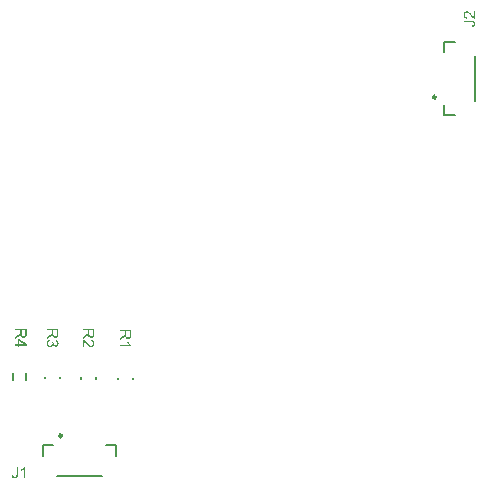
<source format=gto>
G04*
G04 #@! TF.GenerationSoftware,Altium Limited,Altium Designer,24.1.2 (44)*
G04*
G04 Layer_Color=65535*
%FSLAX25Y25*%
%MOIN*%
G70*
G04*
G04 #@! TF.SameCoordinates,00511CFA-0F04-46CA-AFF9-E4457DF0149F*
G04*
G04*
G04 #@! TF.FilePolarity,Positive*
G04*
G01*
G75*
%ADD10C,0.00984*%
%ADD11C,0.00787*%
%ADD12C,0.00591*%
G36*
X-6058Y158218D02*
X-6063D01*
X-6085D01*
X-6118D01*
X-6163Y158223D01*
X-6213Y158229D01*
X-6268Y158240D01*
X-6324Y158251D01*
X-6385Y158273D01*
X-6391D01*
X-6396Y158279D01*
X-6429Y158290D01*
X-6479Y158312D01*
X-6546Y158345D01*
X-6624Y158389D01*
X-6712Y158445D01*
X-6801Y158506D01*
X-6895Y158584D01*
X-6901D01*
X-6907Y158595D01*
X-6940Y158623D01*
X-6990Y158673D01*
X-7062Y158745D01*
X-7145Y158828D01*
X-7245Y158933D01*
X-7356Y159061D01*
X-7473Y159200D01*
X-7478Y159205D01*
X-7495Y159228D01*
X-7523Y159261D01*
X-7556Y159300D01*
X-7600Y159350D01*
X-7650Y159411D01*
X-7706Y159472D01*
X-7767Y159544D01*
X-7900Y159683D01*
X-8033Y159821D01*
X-8100Y159888D01*
X-8167Y159949D01*
X-8228Y160005D01*
X-8289Y160049D01*
X-8294D01*
X-8300Y160060D01*
X-8316Y160071D01*
X-8338Y160082D01*
X-8400Y160121D01*
X-8472Y160166D01*
X-8561Y160204D01*
X-8655Y160243D01*
X-8760Y160265D01*
X-8860Y160276D01*
X-8866D01*
X-8871D01*
X-8905Y160271D01*
X-8960Y160265D01*
X-9021Y160249D01*
X-9099Y160227D01*
X-9177Y160188D01*
X-9254Y160138D01*
X-9332Y160071D01*
X-9343Y160060D01*
X-9365Y160032D01*
X-9393Y159994D01*
X-9432Y159932D01*
X-9465Y159855D01*
X-9499Y159766D01*
X-9521Y159660D01*
X-9526Y159544D01*
Y159511D01*
X-9521Y159488D01*
X-9515Y159422D01*
X-9499Y159344D01*
X-9476Y159261D01*
X-9437Y159167D01*
X-9387Y159078D01*
X-9321Y158994D01*
X-9310Y158983D01*
X-9282Y158961D01*
X-9238Y158928D01*
X-9171Y158895D01*
X-9093Y158856D01*
X-8993Y158822D01*
X-8882Y158800D01*
X-8755Y158789D01*
X-8805Y158306D01*
X-8810D01*
X-8827Y158312D01*
X-8855D01*
X-8894Y158317D01*
X-8938Y158328D01*
X-8988Y158340D01*
X-9049Y158356D01*
X-9110Y158373D01*
X-9243Y158417D01*
X-9376Y158484D01*
X-9443Y158523D01*
X-9510Y158573D01*
X-9571Y158623D01*
X-9626Y158678D01*
X-9632Y158684D01*
X-9637Y158695D01*
X-9654Y158711D01*
X-9670Y158739D01*
X-9693Y158773D01*
X-9715Y158811D01*
X-9743Y158856D01*
X-9770Y158911D01*
X-9798Y158972D01*
X-9826Y159039D01*
X-9848Y159111D01*
X-9870Y159189D01*
X-9887Y159272D01*
X-9904Y159361D01*
X-9909Y159455D01*
X-9915Y159555D01*
Y159610D01*
X-9909Y159649D01*
X-9904Y159694D01*
X-9898Y159749D01*
X-9887Y159810D01*
X-9876Y159871D01*
X-9837Y160016D01*
X-9781Y160160D01*
X-9748Y160232D01*
X-9709Y160304D01*
X-9659Y160371D01*
X-9604Y160432D01*
X-9598Y160438D01*
X-9593Y160449D01*
X-9571Y160460D01*
X-9548Y160482D01*
X-9521Y160510D01*
X-9482Y160537D01*
X-9443Y160565D01*
X-9393Y160598D01*
X-9288Y160654D01*
X-9154Y160709D01*
X-9088Y160732D01*
X-9010Y160743D01*
X-8932Y160754D01*
X-8849Y160759D01*
X-8838D01*
X-8810D01*
X-8766Y160754D01*
X-8705Y160748D01*
X-8638Y160737D01*
X-8561Y160715D01*
X-8477Y160693D01*
X-8394Y160660D01*
X-8383Y160654D01*
X-8355Y160643D01*
X-8311Y160621D01*
X-8250Y160587D01*
X-8183Y160543D01*
X-8100Y160487D01*
X-8017Y160421D01*
X-7922Y160343D01*
X-7911Y160332D01*
X-7878Y160304D01*
X-7850Y160276D01*
X-7822Y160249D01*
X-7789Y160215D01*
X-7745Y160171D01*
X-7700Y160127D01*
X-7650Y160071D01*
X-7595Y160016D01*
X-7534Y159949D01*
X-7473Y159877D01*
X-7401Y159799D01*
X-7328Y159710D01*
X-7251Y159622D01*
X-7245Y159616D01*
X-7234Y159605D01*
X-7217Y159583D01*
X-7195Y159555D01*
X-7162Y159522D01*
X-7129Y159483D01*
X-7057Y159394D01*
X-6973Y159300D01*
X-6890Y159211D01*
X-6818Y159133D01*
X-6790Y159100D01*
X-6762Y159072D01*
X-6757Y159067D01*
X-6740Y159050D01*
X-6718Y159028D01*
X-6685Y159000D01*
X-6646Y158972D01*
X-6607Y158939D01*
X-6513Y158872D01*
Y160765D01*
X-6058D01*
Y158218D01*
D02*
G37*
G36*
X-7156Y157640D02*
X-7112D01*
X-7006Y157629D01*
X-6884Y157618D01*
X-6757Y157596D01*
X-6640Y157563D01*
X-6529Y157524D01*
X-6524D01*
X-6518Y157518D01*
X-6485Y157501D01*
X-6440Y157474D01*
X-6379Y157435D01*
X-6318Y157379D01*
X-6252Y157318D01*
X-6185Y157241D01*
X-6130Y157152D01*
X-6124Y157141D01*
X-6107Y157107D01*
X-6085Y157057D01*
X-6063Y156985D01*
X-6035Y156897D01*
X-6013Y156797D01*
X-5996Y156686D01*
X-5991Y156564D01*
Y156514D01*
X-5996Y156480D01*
X-6002Y156436D01*
X-6007Y156392D01*
X-6030Y156275D01*
X-6063Y156153D01*
X-6113Y156025D01*
X-6146Y155959D01*
X-6185Y155898D01*
X-6230Y155842D01*
X-6279Y155787D01*
X-6285Y155781D01*
X-6291Y155775D01*
X-6313Y155764D01*
X-6335Y155748D01*
X-6363Y155726D01*
X-6402Y155703D01*
X-6446Y155681D01*
X-6496Y155653D01*
X-6551Y155631D01*
X-6618Y155609D01*
X-6685Y155587D01*
X-6762Y155565D01*
X-6846Y155553D01*
X-6940Y155537D01*
X-7034Y155531D01*
X-7140D01*
X-7206Y155992D01*
X-7201D01*
X-7190D01*
X-7168D01*
X-7134Y155998D01*
X-7101Y156003D01*
X-7062D01*
X-6968Y156020D01*
X-6868Y156036D01*
X-6768Y156070D01*
X-6679Y156103D01*
X-6640Y156125D01*
X-6607Y156153D01*
X-6601Y156158D01*
X-6585Y156181D01*
X-6557Y156214D01*
X-6529Y156258D01*
X-6496Y156319D01*
X-6474Y156386D01*
X-6452Y156469D01*
X-6446Y156558D01*
Y156591D01*
X-6452Y156625D01*
X-6457Y156675D01*
X-6468Y156725D01*
X-6479Y156780D01*
X-6502Y156835D01*
X-6529Y156891D01*
X-6535Y156897D01*
X-6546Y156913D01*
X-6568Y156935D01*
X-6590Y156969D01*
X-6629Y156997D01*
X-6668Y157030D01*
X-6712Y157057D01*
X-6768Y157080D01*
X-6773D01*
X-6796Y157091D01*
X-6835Y157096D01*
X-6884Y157107D01*
X-6951Y157119D01*
X-7034Y157124D01*
X-7134Y157135D01*
X-7251D01*
X-9898D01*
Y157646D01*
X-7278D01*
X-7273D01*
X-7256D01*
X-7234D01*
X-7201D01*
X-7156Y157640D01*
D02*
G37*
G36*
X-155557Y53205D02*
X-155560Y53172D01*
Y53127D01*
X-155563Y53078D01*
X-155565Y53025D01*
X-155571Y52964D01*
X-155576Y52903D01*
X-155582Y52839D01*
X-155601Y52709D01*
X-155612Y52648D01*
X-155626Y52587D01*
X-155643Y52529D01*
X-155662Y52477D01*
Y52474D01*
X-155668Y52465D01*
X-155673Y52452D01*
X-155682Y52432D01*
X-155693Y52410D01*
X-155709Y52385D01*
X-155726Y52355D01*
X-155745Y52324D01*
X-155770Y52291D01*
X-155795Y52255D01*
X-155826Y52219D01*
X-155859Y52183D01*
X-155898Y52150D01*
X-155937Y52114D01*
X-155981Y52080D01*
X-156028Y52050D01*
X-156031Y52047D01*
X-156039Y52042D01*
X-156053Y52036D01*
X-156072Y52025D01*
X-156097Y52014D01*
X-156128Y52000D01*
X-156161Y51983D01*
X-156197Y51970D01*
X-156238Y51956D01*
X-156283Y51939D01*
X-156330Y51925D01*
X-156380Y51914D01*
X-156432Y51903D01*
X-156488Y51895D01*
X-156546Y51892D01*
X-156604Y51889D01*
X-156610D01*
X-156621D01*
X-156643Y51892D01*
X-156673D01*
X-156707Y51898D01*
X-156748Y51903D01*
X-156792Y51911D01*
X-156842Y51923D01*
X-156895Y51936D01*
X-156950Y51953D01*
X-157009Y51975D01*
X-157067Y52000D01*
X-157125Y52031D01*
X-157180Y52067D01*
X-157238Y52108D01*
X-157291Y52155D01*
X-157294Y52158D01*
X-157302Y52166D01*
X-157316Y52183D01*
X-157335Y52205D01*
X-157358Y52233D01*
X-157382Y52269D01*
X-157410Y52308D01*
X-157441Y52355D01*
X-157471Y52410D01*
X-157501Y52468D01*
X-157529Y52538D01*
X-157560Y52609D01*
X-157585Y52690D01*
X-157610Y52776D01*
X-157629Y52870D01*
X-157646Y52970D01*
Y52967D01*
X-157651Y52961D01*
X-157654Y52950D01*
X-157662Y52936D01*
X-157670Y52920D01*
X-157682Y52900D01*
X-157706Y52856D01*
X-157734Y52806D01*
X-157767Y52756D01*
X-157801Y52709D01*
X-157837Y52665D01*
X-157840Y52662D01*
X-157845Y52654D01*
X-157859Y52643D01*
X-157873Y52626D01*
X-157895Y52607D01*
X-157917Y52585D01*
X-157945Y52557D01*
X-157978Y52529D01*
X-158014Y52499D01*
X-158053Y52465D01*
X-158094Y52429D01*
X-158139Y52393D01*
X-158188Y52357D01*
X-158238Y52319D01*
X-158349Y52244D01*
X-159391Y51582D01*
Y52216D01*
X-158593Y52723D01*
X-158590Y52726D01*
X-158579Y52734D01*
X-158560Y52745D01*
X-158537Y52759D01*
X-158507Y52778D01*
X-158474Y52801D01*
X-158438Y52825D01*
X-158399Y52851D01*
X-158313Y52909D01*
X-158224Y52970D01*
X-158141Y53031D01*
X-158103Y53061D01*
X-158067Y53089D01*
X-158064Y53092D01*
X-158058Y53094D01*
X-158050Y53102D01*
X-158036Y53114D01*
X-158003Y53141D01*
X-157964Y53175D01*
X-157923Y53216D01*
X-157878Y53258D01*
X-157840Y53302D01*
X-157809Y53346D01*
X-157806Y53352D01*
X-157798Y53366D01*
X-157784Y53388D01*
X-157770Y53418D01*
X-157754Y53452D01*
X-157734Y53490D01*
X-157720Y53532D01*
X-157706Y53576D01*
Y53579D01*
X-157704Y53593D01*
X-157701Y53615D01*
X-157695Y53643D01*
X-157693Y53681D01*
X-157690Y53731D01*
X-157687Y53790D01*
Y54446D01*
X-159391D01*
Y54953D01*
X-155557D01*
Y53205D01*
D02*
G37*
G36*
Y49690D02*
Y49305D01*
X-158042D01*
Y48787D01*
X-158474D01*
Y49305D01*
X-159391D01*
Y49776D01*
X-158474D01*
Y51438D01*
X-158042D01*
X-155557Y49690D01*
D02*
G37*
G36*
X-120705Y52813D02*
X-120711Y52769D01*
Y52719D01*
X-120716Y52602D01*
X-120733Y52480D01*
X-120750Y52347D01*
X-120777Y52225D01*
X-120794Y52164D01*
X-120811Y52114D01*
Y52109D01*
X-120816Y52103D01*
X-120833Y52070D01*
X-120855Y52020D01*
X-120894Y51959D01*
X-120944Y51892D01*
X-121010Y51820D01*
X-121088Y51753D01*
X-121177Y51687D01*
X-121183D01*
X-121188Y51681D01*
X-121221Y51659D01*
X-121277Y51637D01*
X-121349Y51604D01*
X-121432Y51576D01*
X-121532Y51548D01*
X-121638Y51531D01*
X-121754Y51526D01*
X-121760D01*
X-121771D01*
X-121793D01*
X-121821Y51531D01*
X-121860D01*
X-121898Y51537D01*
X-121993Y51559D01*
X-122104Y51592D01*
X-122220Y51637D01*
X-122337Y51703D01*
X-122392Y51748D01*
X-122448Y51792D01*
X-122453Y51798D01*
X-122459Y51803D01*
X-122476Y51820D01*
X-122492Y51842D01*
X-122514Y51870D01*
X-122537Y51903D01*
X-122564Y51948D01*
X-122598Y51992D01*
X-122626Y52047D01*
X-122653Y52109D01*
X-122687Y52175D01*
X-122714Y52247D01*
X-122737Y52331D01*
X-122764Y52414D01*
X-122781Y52508D01*
X-122798Y52608D01*
X-122803Y52597D01*
X-122814Y52575D01*
X-122836Y52541D01*
X-122859Y52497D01*
X-122920Y52397D01*
X-122959Y52347D01*
X-122992Y52303D01*
X-123003Y52292D01*
X-123031Y52264D01*
X-123075Y52220D01*
X-123131Y52164D01*
X-123208Y52103D01*
X-123292Y52031D01*
X-123391Y51959D01*
X-123502Y51881D01*
X-124546Y51221D01*
Y51853D01*
X-123747Y52358D01*
X-123741D01*
X-123730Y52369D01*
X-123713Y52381D01*
X-123691Y52397D01*
X-123630Y52436D01*
X-123552Y52486D01*
X-123469Y52547D01*
X-123380Y52608D01*
X-123297Y52669D01*
X-123219Y52725D01*
X-123214Y52730D01*
X-123192Y52747D01*
X-123158Y52775D01*
X-123119Y52813D01*
X-123036Y52897D01*
X-122997Y52941D01*
X-122964Y52986D01*
X-122959Y52991D01*
X-122953Y53002D01*
X-122942Y53024D01*
X-122925Y53058D01*
X-122909Y53091D01*
X-122892Y53130D01*
X-122864Y53219D01*
Y53224D01*
X-122859Y53235D01*
Y53257D01*
X-122853Y53285D01*
X-122847Y53324D01*
Y53368D01*
X-122842Y53429D01*
Y54084D01*
X-124546D01*
Y54595D01*
X-120705D01*
Y52813D01*
D02*
G37*
G36*
X-121654Y50555D02*
X-121643Y50543D01*
X-121638Y50521D01*
X-121621Y50494D01*
X-121604Y50460D01*
X-121582Y50421D01*
X-121527Y50327D01*
X-121466Y50216D01*
X-121388Y50105D01*
X-121299Y49988D01*
X-121205Y49872D01*
X-121199Y49866D01*
X-121194Y49861D01*
X-121177Y49844D01*
X-121160Y49822D01*
X-121105Y49772D01*
X-121038Y49705D01*
X-120960Y49639D01*
X-120872Y49567D01*
X-120783Y49506D01*
X-120689Y49450D01*
Y49145D01*
X-124546D01*
Y49617D01*
X-121543D01*
X-121549Y49622D01*
X-121571Y49650D01*
X-121604Y49683D01*
X-121643Y49739D01*
X-121693Y49800D01*
X-121749Y49877D01*
X-121810Y49966D01*
X-121871Y50066D01*
Y50072D01*
X-121876Y50077D01*
X-121898Y50111D01*
X-121926Y50166D01*
X-121959Y50233D01*
X-121998Y50310D01*
X-122037Y50394D01*
X-122076Y50477D01*
X-122109Y50560D01*
X-121654D01*
Y50555D01*
D02*
G37*
G36*
X-133054Y53193D02*
X-133056Y53159D01*
Y53115D01*
X-133059Y53065D01*
X-133062Y53013D01*
X-133068Y52952D01*
X-133073Y52891D01*
X-133079Y52827D01*
X-133098Y52697D01*
X-133109Y52636D01*
X-133123Y52575D01*
X-133140Y52517D01*
X-133159Y52464D01*
Y52461D01*
X-133165Y52453D01*
X-133170Y52439D01*
X-133178Y52420D01*
X-133189Y52398D01*
X-133206Y52373D01*
X-133223Y52342D01*
X-133242Y52312D01*
X-133267Y52279D01*
X-133292Y52242D01*
X-133322Y52206D01*
X-133356Y52170D01*
X-133394Y52137D01*
X-133433Y52101D01*
X-133477Y52068D01*
X-133525Y52038D01*
X-133527Y52035D01*
X-133536Y52029D01*
X-133549Y52024D01*
X-133569Y52012D01*
X-133594Y52002D01*
X-133624Y51988D01*
X-133658Y51971D01*
X-133694Y51957D01*
X-133735Y51943D01*
X-133779Y51927D01*
X-133826Y51913D01*
X-133876Y51902D01*
X-133929Y51891D01*
X-133984Y51882D01*
X-134043Y51880D01*
X-134101Y51877D01*
X-134106D01*
X-134117D01*
X-134140Y51880D01*
X-134170D01*
X-134203Y51885D01*
X-134245Y51891D01*
X-134289Y51899D01*
X-134339Y51910D01*
X-134392Y51924D01*
X-134447Y51941D01*
X-134505Y51963D01*
X-134563Y51988D01*
X-134622Y52018D01*
X-134677Y52054D01*
X-134735Y52096D01*
X-134788Y52143D01*
X-134791Y52145D01*
X-134799Y52154D01*
X-134813Y52170D01*
X-134832Y52193D01*
X-134854Y52220D01*
X-134879Y52256D01*
X-134907Y52295D01*
X-134937Y52342D01*
X-134968Y52398D01*
X-134998Y52456D01*
X-135026Y52525D01*
X-135056Y52597D01*
X-135081Y52677D01*
X-135106Y52763D01*
X-135126Y52857D01*
X-135142Y52957D01*
Y52954D01*
X-135148Y52949D01*
X-135151Y52938D01*
X-135159Y52924D01*
X-135167Y52907D01*
X-135178Y52888D01*
X-135203Y52844D01*
X-135231Y52794D01*
X-135264Y52744D01*
X-135297Y52697D01*
X-135333Y52652D01*
X-135336Y52650D01*
X-135342Y52641D01*
X-135355Y52630D01*
X-135369Y52614D01*
X-135392Y52594D01*
X-135414Y52572D01*
X-135441Y52544D01*
X-135475Y52517D01*
X-135511Y52486D01*
X-135549Y52453D01*
X-135591Y52417D01*
X-135635Y52381D01*
X-135685Y52345D01*
X-135735Y52306D01*
X-135846Y52231D01*
X-136887Y51569D01*
Y52204D01*
X-136090Y52711D01*
X-136087Y52713D01*
X-136076Y52722D01*
X-136056Y52733D01*
X-136034Y52747D01*
X-136004Y52766D01*
X-135970Y52788D01*
X-135934Y52813D01*
X-135896Y52838D01*
X-135810Y52896D01*
X-135721Y52957D01*
X-135638Y53018D01*
X-135599Y53048D01*
X-135563Y53076D01*
X-135561Y53079D01*
X-135555Y53082D01*
X-135547Y53090D01*
X-135533Y53101D01*
X-135500Y53129D01*
X-135461Y53162D01*
X-135419Y53204D01*
X-135375Y53245D01*
X-135336Y53290D01*
X-135306Y53334D01*
X-135303Y53339D01*
X-135295Y53353D01*
X-135281Y53375D01*
X-135267Y53406D01*
X-135250Y53439D01*
X-135231Y53478D01*
X-135217Y53519D01*
X-135203Y53564D01*
Y53566D01*
X-135200Y53580D01*
X-135198Y53602D01*
X-135192Y53630D01*
X-135189Y53669D01*
X-135187Y53719D01*
X-135184Y53777D01*
Y54434D01*
X-136887D01*
Y54940D01*
X-133054D01*
Y53193D01*
D02*
G37*
G36*
X-136826Y51328D02*
X-136782Y51326D01*
X-136735Y51320D01*
X-136680Y51312D01*
X-136621Y51298D01*
X-136563Y51279D01*
X-136560D01*
X-136552Y51273D01*
X-136538Y51267D01*
X-136519Y51259D01*
X-136494Y51251D01*
X-136466Y51237D01*
X-136436Y51220D01*
X-136403Y51204D01*
X-136364Y51184D01*
X-136325Y51159D01*
X-136239Y51107D01*
X-136148Y51043D01*
X-136054Y50968D01*
X-136051Y50965D01*
X-136042Y50957D01*
X-136029Y50946D01*
X-136009Y50929D01*
X-135984Y50907D01*
X-135957Y50880D01*
X-135923Y50849D01*
X-135887Y50810D01*
X-135846Y50769D01*
X-135801Y50725D01*
X-135754Y50675D01*
X-135702Y50619D01*
X-135649Y50558D01*
X-135594Y50495D01*
X-135536Y50425D01*
X-135475Y50353D01*
X-135472Y50350D01*
X-135469Y50345D01*
X-135461Y50337D01*
X-135452Y50326D01*
X-135439Y50312D01*
X-135425Y50295D01*
X-135389Y50254D01*
X-135347Y50201D01*
X-135295Y50146D01*
X-135239Y50082D01*
X-135178Y50015D01*
X-135115Y49943D01*
X-135048Y49874D01*
X-134982Y49802D01*
X-134912Y49736D01*
X-134846Y49669D01*
X-134782Y49611D01*
X-134719Y49556D01*
X-134660Y49511D01*
X-134658Y49509D01*
X-134646Y49503D01*
X-134630Y49492D01*
X-134610Y49475D01*
X-134583Y49459D01*
X-134552Y49442D01*
X-134516Y49420D01*
X-134477Y49400D01*
X-134436Y49381D01*
X-134392Y49359D01*
X-134295Y49323D01*
X-134245Y49309D01*
X-134195Y49298D01*
X-134145Y49292D01*
X-134095Y49290D01*
X-134092D01*
X-134081D01*
X-134067D01*
X-134048Y49292D01*
X-134023Y49295D01*
X-133995Y49301D01*
X-133965Y49306D01*
X-133932Y49315D01*
X-133896Y49326D01*
X-133857Y49340D01*
X-133818Y49356D01*
X-133779Y49376D01*
X-133738Y49398D01*
X-133699Y49425D01*
X-133660Y49456D01*
X-133624Y49492D01*
X-133622Y49495D01*
X-133616Y49500D01*
X-133608Y49511D01*
X-133594Y49528D01*
X-133580Y49547D01*
X-133563Y49572D01*
X-133544Y49600D01*
X-133527Y49630D01*
X-133508Y49666D01*
X-133491Y49705D01*
X-133475Y49749D01*
X-133461Y49794D01*
X-133447Y49844D01*
X-133439Y49896D01*
X-133433Y49952D01*
X-133430Y50010D01*
Y50043D01*
X-133433Y50065D01*
X-133436Y50096D01*
X-133441Y50129D01*
X-133447Y50165D01*
X-133455Y50207D01*
X-133466Y50248D01*
X-133480Y50292D01*
X-133497Y50337D01*
X-133516Y50384D01*
X-133541Y50428D01*
X-133569Y50472D01*
X-133599Y50517D01*
X-133635Y50555D01*
X-133638Y50558D01*
X-133644Y50564D01*
X-133658Y50575D01*
X-133671Y50586D01*
X-133694Y50603D01*
X-133719Y50619D01*
X-133749Y50639D01*
X-133782Y50655D01*
X-133818Y50675D01*
X-133862Y50694D01*
X-133907Y50711D01*
X-133957Y50727D01*
X-134012Y50738D01*
X-134070Y50749D01*
X-134131Y50755D01*
X-134198Y50758D01*
X-134148Y51243D01*
X-134145D01*
X-134142D01*
X-134134Y51240D01*
X-134123D01*
X-134095Y51237D01*
X-134059Y51229D01*
X-134015Y51220D01*
X-133962Y51209D01*
X-133904Y51195D01*
X-133843Y51179D01*
X-133777Y51157D01*
X-133710Y51132D01*
X-133641Y51101D01*
X-133572Y51065D01*
X-133505Y51026D01*
X-133441Y50979D01*
X-133380Y50929D01*
X-133325Y50871D01*
X-133322Y50868D01*
X-133314Y50858D01*
X-133297Y50838D01*
X-133281Y50813D01*
X-133259Y50780D01*
X-133234Y50741D01*
X-133209Y50694D01*
X-133181Y50641D01*
X-133156Y50581D01*
X-133131Y50517D01*
X-133106Y50445D01*
X-133084Y50367D01*
X-133065Y50284D01*
X-133051Y50195D01*
X-133043Y50101D01*
X-133040Y50002D01*
Y49977D01*
X-133043Y49949D01*
X-133045Y49910D01*
X-133048Y49863D01*
X-133056Y49810D01*
X-133065Y49749D01*
X-133079Y49686D01*
X-133095Y49617D01*
X-133115Y49547D01*
X-133140Y49472D01*
X-133170Y49400D01*
X-133206Y49328D01*
X-133245Y49259D01*
X-133292Y49193D01*
X-133347Y49129D01*
X-133350Y49126D01*
X-133361Y49115D01*
X-133378Y49099D01*
X-133403Y49079D01*
X-133430Y49054D01*
X-133466Y49027D01*
X-133508Y48996D01*
X-133555Y48966D01*
X-133608Y48938D01*
X-133666Y48907D01*
X-133730Y48880D01*
X-133796Y48855D01*
X-133868Y48835D01*
X-133943Y48819D01*
X-134023Y48808D01*
X-134106Y48805D01*
X-134109D01*
X-134117D01*
X-134128D01*
X-134145D01*
X-134167Y48808D01*
X-134189Y48810D01*
X-134217Y48813D01*
X-134248Y48816D01*
X-134317Y48827D01*
X-134394Y48844D01*
X-134475Y48869D01*
X-134558Y48899D01*
X-134561D01*
X-134569Y48905D01*
X-134580Y48910D01*
X-134597Y48919D01*
X-134616Y48927D01*
X-134641Y48941D01*
X-134669Y48954D01*
X-134699Y48974D01*
X-134732Y48993D01*
X-134768Y49015D01*
X-134849Y49071D01*
X-134890Y49101D01*
X-134934Y49134D01*
X-134979Y49173D01*
X-135026Y49212D01*
X-135029Y49215D01*
X-135037Y49223D01*
X-135051Y49234D01*
X-135070Y49254D01*
X-135095Y49279D01*
X-135126Y49309D01*
X-135162Y49342D01*
X-135203Y49384D01*
X-135248Y49431D01*
X-135297Y49486D01*
X-135353Y49545D01*
X-135414Y49611D01*
X-135477Y49683D01*
X-135547Y49760D01*
X-135622Y49846D01*
X-135699Y49938D01*
X-135702Y49943D01*
X-135716Y49957D01*
X-135732Y49977D01*
X-135757Y50004D01*
X-135785Y50040D01*
X-135818Y50076D01*
X-135854Y50118D01*
X-135893Y50162D01*
X-135973Y50256D01*
X-136015Y50301D01*
X-136054Y50345D01*
X-136092Y50387D01*
X-136126Y50423D01*
X-136156Y50456D01*
X-136184Y50481D01*
X-136189Y50486D01*
X-136206Y50500D01*
X-136231Y50522D01*
X-136261Y50550D01*
X-136300Y50581D01*
X-136342Y50614D01*
X-136389Y50647D01*
X-136436Y50677D01*
Y48799D01*
X-136887D01*
Y51331D01*
X-136885D01*
X-136879D01*
X-136871D01*
X-136860D01*
X-136843D01*
X-136826Y51328D01*
D02*
G37*
G36*
X-144975Y53185D02*
X-144981Y53141D01*
Y53091D01*
X-144986Y52974D01*
X-145003Y52852D01*
X-145019Y52719D01*
X-145047Y52597D01*
X-145064Y52536D01*
X-145080Y52486D01*
Y52480D01*
X-145086Y52475D01*
X-145103Y52442D01*
X-145125Y52392D01*
X-145164Y52331D01*
X-145214Y52264D01*
X-145280Y52192D01*
X-145358Y52125D01*
X-145447Y52059D01*
X-145452D01*
X-145458Y52053D01*
X-145491Y52031D01*
X-145547Y52009D01*
X-145619Y51975D01*
X-145702Y51948D01*
X-145802Y51920D01*
X-145907Y51903D01*
X-146024Y51898D01*
X-146030D01*
X-146041D01*
X-146063D01*
X-146091Y51903D01*
X-146130D01*
X-146168Y51909D01*
X-146263Y51931D01*
X-146374Y51964D01*
X-146490Y52009D01*
X-146607Y52075D01*
X-146662Y52120D01*
X-146718Y52164D01*
X-146723Y52170D01*
X-146729Y52175D01*
X-146746Y52192D01*
X-146762Y52214D01*
X-146784Y52242D01*
X-146807Y52275D01*
X-146834Y52319D01*
X-146868Y52364D01*
X-146895Y52419D01*
X-146923Y52480D01*
X-146956Y52547D01*
X-146984Y52619D01*
X-147006Y52702D01*
X-147034Y52786D01*
X-147051Y52880D01*
X-147067Y52980D01*
X-147073Y52969D01*
X-147084Y52947D01*
X-147106Y52913D01*
X-147128Y52869D01*
X-147189Y52769D01*
X-147228Y52719D01*
X-147262Y52675D01*
X-147273Y52663D01*
X-147301Y52636D01*
X-147345Y52591D01*
X-147400Y52536D01*
X-147478Y52475D01*
X-147561Y52403D01*
X-147661Y52331D01*
X-147772Y52253D01*
X-148816Y51592D01*
Y52225D01*
X-148017Y52730D01*
X-148011D01*
X-148000Y52741D01*
X-147983Y52752D01*
X-147961Y52769D01*
X-147900Y52808D01*
X-147822Y52858D01*
X-147739Y52919D01*
X-147650Y52980D01*
X-147567Y53041D01*
X-147489Y53096D01*
X-147484Y53102D01*
X-147461Y53119D01*
X-147428Y53146D01*
X-147389Y53185D01*
X-147306Y53268D01*
X-147267Y53313D01*
X-147234Y53357D01*
X-147228Y53363D01*
X-147223Y53374D01*
X-147212Y53396D01*
X-147195Y53429D01*
X-147178Y53463D01*
X-147162Y53502D01*
X-147134Y53590D01*
Y53596D01*
X-147128Y53607D01*
Y53629D01*
X-147123Y53657D01*
X-147117Y53696D01*
Y53740D01*
X-147112Y53801D01*
Y54456D01*
X-148816D01*
Y54967D01*
X-144975D01*
Y53185D01*
D02*
G37*
G36*
X-147739Y50815D02*
X-147745D01*
X-147756Y50810D01*
X-147778Y50804D01*
X-147806Y50799D01*
X-147839Y50793D01*
X-147878Y50782D01*
X-147961Y50754D01*
X-148061Y50716D01*
X-148155Y50666D01*
X-148244Y50610D01*
X-148322Y50543D01*
X-148327Y50532D01*
X-148349Y50510D01*
X-148377Y50466D01*
X-148405Y50410D01*
X-148438Y50344D01*
X-148466Y50260D01*
X-148488Y50166D01*
X-148494Y50066D01*
Y50033D01*
X-148488Y50011D01*
X-148483Y49950D01*
X-148466Y49872D01*
X-148438Y49783D01*
X-148399Y49689D01*
X-148344Y49594D01*
X-148266Y49506D01*
X-148255Y49494D01*
X-148222Y49467D01*
X-148172Y49433D01*
X-148105Y49389D01*
X-148022Y49345D01*
X-147928Y49311D01*
X-147817Y49284D01*
X-147695Y49273D01*
X-147689D01*
X-147678D01*
X-147661D01*
X-147639Y49278D01*
X-147578Y49284D01*
X-147506Y49300D01*
X-147417Y49322D01*
X-147328Y49361D01*
X-147239Y49417D01*
X-147156Y49489D01*
X-147145Y49500D01*
X-147123Y49528D01*
X-147090Y49572D01*
X-147051Y49633D01*
X-147012Y49711D01*
X-146979Y49805D01*
X-146956Y49911D01*
X-146945Y50027D01*
Y50077D01*
X-146951Y50116D01*
X-146956Y50166D01*
X-146967Y50222D01*
X-146979Y50288D01*
X-146995Y50360D01*
X-146579Y50305D01*
Y50277D01*
X-146585Y50255D01*
Y50183D01*
X-146573Y50122D01*
X-146562Y50050D01*
X-146546Y49966D01*
X-146518Y49872D01*
X-146479Y49783D01*
X-146429Y49689D01*
Y49683D01*
X-146424Y49678D01*
X-146401Y49650D01*
X-146363Y49611D01*
X-146313Y49567D01*
X-146240Y49522D01*
X-146157Y49483D01*
X-146063Y49456D01*
X-146007Y49444D01*
X-145946D01*
X-145941D01*
X-145935D01*
X-145902D01*
X-145858Y49456D01*
X-145797Y49467D01*
X-145730Y49489D01*
X-145658Y49517D01*
X-145586Y49561D01*
X-145519Y49622D01*
X-145513Y49628D01*
X-145491Y49656D01*
X-145464Y49694D01*
X-145430Y49744D01*
X-145402Y49811D01*
X-145375Y49889D01*
X-145352Y49977D01*
X-145347Y50077D01*
Y50122D01*
X-145358Y50172D01*
X-145369Y50238D01*
X-145391Y50310D01*
X-145419Y50383D01*
X-145464Y50460D01*
X-145519Y50532D01*
X-145525Y50538D01*
X-145552Y50560D01*
X-145591Y50593D01*
X-145647Y50632D01*
X-145719Y50671D01*
X-145808Y50710D01*
X-145913Y50743D01*
X-146035Y50765D01*
X-145952Y51237D01*
X-145946D01*
X-145930Y51232D01*
X-145907Y51226D01*
X-145874Y51221D01*
X-145835Y51209D01*
X-145791Y51193D01*
X-145686Y51160D01*
X-145563Y51104D01*
X-145441Y51037D01*
X-145325Y50954D01*
X-145219Y50849D01*
X-145214Y50843D01*
X-145208Y50832D01*
X-145197Y50815D01*
X-145180Y50793D01*
X-145158Y50765D01*
X-145136Y50727D01*
X-145114Y50688D01*
X-145086Y50638D01*
X-145042Y50527D01*
X-144997Y50399D01*
X-144969Y50249D01*
X-144958Y50172D01*
Y50033D01*
X-144964Y49972D01*
X-144975Y49900D01*
X-144992Y49811D01*
X-145019Y49711D01*
X-145053Y49611D01*
X-145097Y49511D01*
Y49506D01*
X-145103Y49500D01*
X-145119Y49467D01*
X-145153Y49417D01*
X-145192Y49361D01*
X-145247Y49295D01*
X-145308Y49228D01*
X-145380Y49161D01*
X-145464Y49106D01*
X-145475Y49101D01*
X-145502Y49084D01*
X-145552Y49062D01*
X-145613Y49034D01*
X-145686Y49006D01*
X-145769Y48984D01*
X-145863Y48967D01*
X-145957Y48962D01*
X-145968D01*
X-146002D01*
X-146046Y48967D01*
X-146107Y48978D01*
X-146179Y48995D01*
X-146257Y49023D01*
X-146335Y49056D01*
X-146413Y49101D01*
X-146424Y49106D01*
X-146446Y49123D01*
X-146485Y49156D01*
X-146529Y49200D01*
X-146579Y49256D01*
X-146634Y49322D01*
X-146685Y49400D01*
X-146734Y49494D01*
Y49489D01*
X-146740Y49478D01*
X-146746Y49461D01*
X-146751Y49439D01*
X-146773Y49378D01*
X-146807Y49300D01*
X-146851Y49211D01*
X-146906Y49123D01*
X-146979Y49039D01*
X-147062Y48962D01*
X-147073Y48956D01*
X-147106Y48934D01*
X-147162Y48901D01*
X-147234Y48867D01*
X-147323Y48834D01*
X-147428Y48801D01*
X-147550Y48779D01*
X-147684Y48773D01*
X-147689D01*
X-147706D01*
X-147733D01*
X-147767Y48779D01*
X-147811Y48784D01*
X-147861Y48795D01*
X-147917Y48806D01*
X-147978Y48817D01*
X-148111Y48862D01*
X-148183Y48895D01*
X-148250Y48928D01*
X-148322Y48973D01*
X-148394Y49023D01*
X-148466Y49078D01*
X-148533Y49145D01*
X-148538Y49150D01*
X-148549Y49161D01*
X-148566Y49184D01*
X-148588Y49211D01*
X-148616Y49245D01*
X-148644Y49289D01*
X-148677Y49339D01*
X-148705Y49400D01*
X-148738Y49461D01*
X-148771Y49533D01*
X-148799Y49606D01*
X-148827Y49689D01*
X-148849Y49778D01*
X-148866Y49872D01*
X-148877Y49966D01*
X-148882Y50072D01*
Y50122D01*
X-148877Y50155D01*
X-148871Y50199D01*
X-148866Y50249D01*
X-148854Y50305D01*
X-148843Y50366D01*
X-148810Y50499D01*
X-148755Y50638D01*
X-148721Y50710D01*
X-148682Y50776D01*
X-148633Y50843D01*
X-148583Y50910D01*
X-148577Y50915D01*
X-148566Y50926D01*
X-148549Y50943D01*
X-148527Y50960D01*
X-148499Y50987D01*
X-148460Y51015D01*
X-148422Y51048D01*
X-148372Y51082D01*
X-148316Y51115D01*
X-148261Y51148D01*
X-148127Y51209D01*
X-147972Y51259D01*
X-147889Y51276D01*
X-147800Y51287D01*
X-147739Y50815D01*
D02*
G37*
G36*
X-158441Y6365D02*
Y6360D01*
Y6343D01*
Y6321D01*
Y6287D01*
X-158447Y6243D01*
Y6199D01*
X-158458Y6093D01*
X-158469Y5971D01*
X-158491Y5843D01*
X-158525Y5727D01*
X-158563Y5616D01*
Y5610D01*
X-158569Y5605D01*
X-158586Y5571D01*
X-158613Y5527D01*
X-158652Y5466D01*
X-158708Y5405D01*
X-158769Y5338D01*
X-158846Y5272D01*
X-158935Y5216D01*
X-158946Y5211D01*
X-158980Y5194D01*
X-159030Y5172D01*
X-159102Y5150D01*
X-159191Y5122D01*
X-159291Y5100D01*
X-159402Y5083D01*
X-159524Y5077D01*
X-159573D01*
X-159607Y5083D01*
X-159651Y5089D01*
X-159696Y5094D01*
X-159812Y5116D01*
X-159934Y5150D01*
X-160062Y5200D01*
X-160128Y5233D01*
X-160190Y5272D01*
X-160245Y5316D01*
X-160301Y5366D01*
X-160306Y5372D01*
X-160312Y5377D01*
X-160323Y5399D01*
X-160339Y5422D01*
X-160362Y5449D01*
X-160384Y5488D01*
X-160406Y5533D01*
X-160434Y5583D01*
X-160456Y5638D01*
X-160478Y5705D01*
X-160500Y5771D01*
X-160523Y5849D01*
X-160534Y5932D01*
X-160550Y6027D01*
X-160556Y6121D01*
Y6226D01*
X-160095Y6293D01*
Y6287D01*
Y6276D01*
Y6254D01*
X-160090Y6221D01*
X-160084Y6188D01*
Y6149D01*
X-160067Y6054D01*
X-160051Y5954D01*
X-160018Y5855D01*
X-159984Y5766D01*
X-159962Y5727D01*
X-159934Y5694D01*
X-159929Y5688D01*
X-159906Y5671D01*
X-159873Y5644D01*
X-159829Y5616D01*
X-159768Y5583D01*
X-159701Y5560D01*
X-159618Y5538D01*
X-159529Y5533D01*
X-159496D01*
X-159462Y5538D01*
X-159413Y5544D01*
X-159363Y5555D01*
X-159307Y5566D01*
X-159252Y5588D01*
X-159196Y5616D01*
X-159191Y5621D01*
X-159174Y5632D01*
X-159152Y5655D01*
X-159118Y5677D01*
X-159091Y5716D01*
X-159057Y5755D01*
X-159030Y5799D01*
X-159007Y5855D01*
Y5860D01*
X-158996Y5882D01*
X-158991Y5921D01*
X-158980Y5971D01*
X-158969Y6038D01*
X-158963Y6121D01*
X-158952Y6221D01*
Y6337D01*
Y8985D01*
X-158441D01*
Y6365D01*
D02*
G37*
G36*
X-156027Y5144D02*
X-156499D01*
Y8147D01*
X-156504Y8141D01*
X-156532Y8119D01*
X-156565Y8086D01*
X-156621Y8047D01*
X-156682Y7997D01*
X-156760Y7941D01*
X-156849Y7880D01*
X-156948Y7819D01*
X-156954D01*
X-156959Y7814D01*
X-156993Y7791D01*
X-157048Y7764D01*
X-157115Y7730D01*
X-157193Y7692D01*
X-157276Y7653D01*
X-157359Y7614D01*
X-157442Y7581D01*
Y8036D01*
X-157437D01*
X-157426Y8047D01*
X-157404Y8052D01*
X-157376Y8069D01*
X-157342Y8086D01*
X-157304Y8108D01*
X-157209Y8163D01*
X-157098Y8224D01*
X-156987Y8302D01*
X-156871Y8391D01*
X-156754Y8485D01*
X-156749Y8491D01*
X-156743Y8496D01*
X-156726Y8513D01*
X-156704Y8530D01*
X-156654Y8585D01*
X-156588Y8652D01*
X-156521Y8729D01*
X-156449Y8818D01*
X-156388Y8907D01*
X-156332Y9001D01*
X-156027D01*
Y5144D01*
D02*
G37*
%LPC*%
G36*
X-155981Y54446D02*
X-157247D01*
Y53299D01*
X-157244Y53272D01*
Y53236D01*
X-157241Y53199D01*
X-157238Y53158D01*
X-157230Y53072D01*
X-157216Y52981D01*
X-157200Y52892D01*
X-157188Y52853D01*
X-157177Y52815D01*
Y52812D01*
X-157175Y52806D01*
X-157169Y52795D01*
X-157164Y52781D01*
X-157155Y52765D01*
X-157147Y52748D01*
X-157122Y52704D01*
X-157089Y52654D01*
X-157050Y52604D01*
X-157003Y52557D01*
X-156948Y52515D01*
X-156945D01*
X-156939Y52510D01*
X-156931Y52507D01*
X-156920Y52499D01*
X-156906Y52490D01*
X-156887Y52482D01*
X-156845Y52463D01*
X-156795Y52446D01*
X-156737Y52429D01*
X-156673Y52418D01*
X-156604Y52413D01*
X-156601D01*
X-156593D01*
X-156579D01*
X-156560Y52416D01*
X-156535Y52418D01*
X-156510Y52424D01*
X-156479Y52429D01*
X-156446Y52438D01*
X-156413Y52449D01*
X-156377Y52463D01*
X-156338Y52477D01*
X-156302Y52496D01*
X-156263Y52521D01*
X-156227Y52546D01*
X-156191Y52576D01*
X-156158Y52612D01*
X-156155Y52615D01*
X-156150Y52621D01*
X-156141Y52634D01*
X-156130Y52648D01*
X-156117Y52670D01*
X-156103Y52698D01*
X-156086Y52729D01*
X-156070Y52765D01*
X-156053Y52803D01*
X-156036Y52851D01*
X-156022Y52903D01*
X-156009Y52959D01*
X-155997Y53019D01*
X-155989Y53086D01*
X-155984Y53158D01*
X-155981Y53236D01*
Y54446D01*
D02*
G37*
G36*
X-158042Y50978D02*
Y49776D01*
X-156313D01*
X-158042Y50978D01*
D02*
G37*
G36*
X-121133Y54084D02*
X-122404D01*
Y52941D01*
X-122398Y52874D01*
X-122392Y52797D01*
X-122387Y52708D01*
X-122376Y52619D01*
X-122359Y52530D01*
X-122337Y52453D01*
X-122331Y52442D01*
X-122320Y52419D01*
X-122304Y52386D01*
X-122281Y52342D01*
X-122248Y52292D01*
X-122209Y52242D01*
X-122159Y52192D01*
X-122104Y52153D01*
X-122098Y52147D01*
X-122076Y52136D01*
X-122043Y52120D01*
X-121998Y52097D01*
X-121948Y52081D01*
X-121893Y52064D01*
X-121826Y52053D01*
X-121760Y52047D01*
X-121754D01*
X-121749D01*
X-121715Y52053D01*
X-121665Y52059D01*
X-121599Y52070D01*
X-121532Y52097D01*
X-121455Y52131D01*
X-121382Y52181D01*
X-121310Y52247D01*
X-121305Y52258D01*
X-121282Y52286D01*
X-121255Y52331D01*
X-121221Y52403D01*
X-121188Y52486D01*
X-121160Y52597D01*
X-121138Y52725D01*
X-121133Y52874D01*
Y54084D01*
D02*
G37*
G36*
X-133477Y54434D02*
X-134743D01*
Y53287D01*
X-134741Y53259D01*
Y53223D01*
X-134738Y53187D01*
X-134735Y53145D01*
X-134727Y53060D01*
X-134713Y52968D01*
X-134696Y52880D01*
X-134685Y52841D01*
X-134674Y52802D01*
Y52799D01*
X-134671Y52794D01*
X-134666Y52783D01*
X-134660Y52769D01*
X-134652Y52752D01*
X-134644Y52736D01*
X-134619Y52691D01*
X-134585Y52641D01*
X-134547Y52592D01*
X-134500Y52544D01*
X-134444Y52503D01*
X-134441D01*
X-134436Y52497D01*
X-134428Y52495D01*
X-134416Y52486D01*
X-134403Y52478D01*
X-134383Y52470D01*
X-134342Y52450D01*
X-134292Y52434D01*
X-134234Y52417D01*
X-134170Y52406D01*
X-134101Y52400D01*
X-134098D01*
X-134090D01*
X-134076D01*
X-134056Y52403D01*
X-134031Y52406D01*
X-134007Y52411D01*
X-133976Y52417D01*
X-133943Y52425D01*
X-133910Y52436D01*
X-133874Y52450D01*
X-133835Y52464D01*
X-133799Y52483D01*
X-133760Y52508D01*
X-133724Y52533D01*
X-133688Y52564D01*
X-133655Y52600D01*
X-133652Y52603D01*
X-133647Y52608D01*
X-133638Y52622D01*
X-133627Y52636D01*
X-133613Y52658D01*
X-133599Y52686D01*
X-133583Y52716D01*
X-133566Y52752D01*
X-133549Y52791D01*
X-133533Y52838D01*
X-133519Y52891D01*
X-133505Y52946D01*
X-133494Y53007D01*
X-133486Y53074D01*
X-133480Y53145D01*
X-133477Y53223D01*
Y54434D01*
D02*
G37*
G36*
X-145402Y54456D02*
X-146673D01*
Y53313D01*
X-146668Y53246D01*
X-146662Y53169D01*
X-146657Y53080D01*
X-146646Y52991D01*
X-146629Y52902D01*
X-146607Y52824D01*
X-146601Y52813D01*
X-146590Y52791D01*
X-146573Y52758D01*
X-146551Y52714D01*
X-146518Y52663D01*
X-146479Y52614D01*
X-146429Y52564D01*
X-146374Y52525D01*
X-146368Y52519D01*
X-146346Y52508D01*
X-146313Y52491D01*
X-146268Y52469D01*
X-146218Y52453D01*
X-146163Y52436D01*
X-146096Y52425D01*
X-146030Y52419D01*
X-146024D01*
X-146019D01*
X-145985Y52425D01*
X-145935Y52430D01*
X-145869Y52442D01*
X-145802Y52469D01*
X-145724Y52503D01*
X-145652Y52552D01*
X-145580Y52619D01*
X-145574Y52630D01*
X-145552Y52658D01*
X-145525Y52702D01*
X-145491Y52775D01*
X-145458Y52858D01*
X-145430Y52969D01*
X-145408Y53096D01*
X-145402Y53246D01*
Y54456D01*
D02*
G37*
%LPD*%
D10*
X-19075Y132123D02*
G03*
X-19075Y132123I-492J0D01*
G01*
X-143839Y19301D02*
G03*
X-143839Y19301I-492J0D01*
G01*
D11*
X-16614Y126217D02*
Y129662D01*
Y147182D02*
Y150627D01*
X-12776D01*
X-5984Y130843D02*
Y146001D01*
X-16614Y126217D02*
X-12776D01*
X-137523Y38307D02*
Y38701D01*
X-132405Y38307D02*
Y38701D01*
X-125176Y38572D02*
X-125176Y38178D01*
X-120058Y38178D02*
X-120058Y38571D01*
X-144361Y38504D02*
X-144361Y38897D01*
X-149479Y38504D02*
X-149479Y38897D01*
X-150236Y16348D02*
X-146791D01*
X-129272D02*
X-125827D01*
Y12510D02*
Y16348D01*
X-145610Y5719D02*
X-130453D01*
X-150236Y12510D02*
Y16348D01*
D12*
X-160291Y37716D02*
Y40078D01*
X-155961Y37716D02*
Y40078D01*
M02*

</source>
